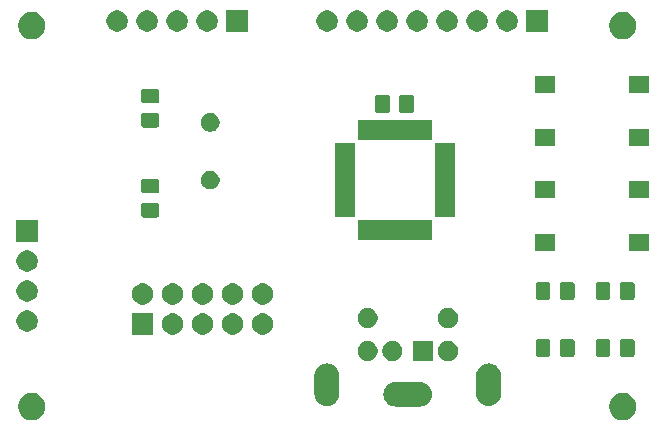
<source format=gbr>
G04 #@! TF.GenerationSoftware,KiCad,Pcbnew,(5.1.5-0-10_14)*
G04 #@! TF.CreationDate,2020-06-21T19:14:36+02:00*
G04 #@! TF.ProjectId,ps2zx,7073327a-782e-46b6-9963-61645f706362,rev?*
G04 #@! TF.SameCoordinates,Original*
G04 #@! TF.FileFunction,Soldermask,Top*
G04 #@! TF.FilePolarity,Negative*
%FSLAX46Y46*%
G04 Gerber Fmt 4.6, Leading zero omitted, Abs format (unit mm)*
G04 Created by KiCad (PCBNEW (5.1.5-0-10_14)) date 2020-06-21 19:14:36*
%MOMM*%
%LPD*%
G04 APERTURE LIST*
%ADD10C,0.100000*%
G04 APERTURE END LIST*
D10*
G36*
X190343549Y-120410116D02*
G01*
X190454734Y-120432232D01*
X190664203Y-120518997D01*
X190852720Y-120644960D01*
X191013040Y-120805280D01*
X191039009Y-120844146D01*
X191139004Y-120993799D01*
X191225768Y-121203267D01*
X191268023Y-121415694D01*
X191270000Y-121425636D01*
X191270000Y-121652364D01*
X191225768Y-121874734D01*
X191139003Y-122084203D01*
X191013040Y-122272720D01*
X190852720Y-122433040D01*
X190664203Y-122559003D01*
X190454734Y-122645768D01*
X190343549Y-122667884D01*
X190232365Y-122690000D01*
X190005635Y-122690000D01*
X189894451Y-122667884D01*
X189783266Y-122645768D01*
X189573797Y-122559003D01*
X189385280Y-122433040D01*
X189224960Y-122272720D01*
X189098997Y-122084203D01*
X189012232Y-121874734D01*
X188968000Y-121652364D01*
X188968000Y-121425636D01*
X188969978Y-121415694D01*
X189012232Y-121203267D01*
X189098996Y-120993799D01*
X189198991Y-120844146D01*
X189224960Y-120805280D01*
X189385280Y-120644960D01*
X189573797Y-120518997D01*
X189783266Y-120432232D01*
X189894451Y-120410116D01*
X190005635Y-120388000D01*
X190232365Y-120388000D01*
X190343549Y-120410116D01*
G37*
G36*
X140305549Y-120410116D02*
G01*
X140416734Y-120432232D01*
X140626203Y-120518997D01*
X140814720Y-120644960D01*
X140975040Y-120805280D01*
X141001009Y-120844146D01*
X141101004Y-120993799D01*
X141187768Y-121203267D01*
X141230023Y-121415694D01*
X141232000Y-121425636D01*
X141232000Y-121652364D01*
X141187768Y-121874734D01*
X141101003Y-122084203D01*
X140975040Y-122272720D01*
X140814720Y-122433040D01*
X140626203Y-122559003D01*
X140416734Y-122645768D01*
X140305549Y-122667884D01*
X140194365Y-122690000D01*
X139967635Y-122690000D01*
X139856451Y-122667884D01*
X139745266Y-122645768D01*
X139535797Y-122559003D01*
X139347280Y-122433040D01*
X139186960Y-122272720D01*
X139060997Y-122084203D01*
X138974232Y-121874734D01*
X138930000Y-121652364D01*
X138930000Y-121425636D01*
X138931978Y-121415694D01*
X138974232Y-121203267D01*
X139060996Y-120993799D01*
X139160991Y-120844146D01*
X139186960Y-120805280D01*
X139347280Y-120644960D01*
X139535797Y-120518997D01*
X139745266Y-120432232D01*
X139856451Y-120410116D01*
X139967635Y-120388000D01*
X140194365Y-120388000D01*
X140305549Y-120410116D01*
G37*
G36*
X173031097Y-119444069D02*
G01*
X173134032Y-119454207D01*
X173332146Y-119514305D01*
X173332149Y-119514306D01*
X173428975Y-119566061D01*
X173514729Y-119611897D01*
X173674765Y-119743235D01*
X173806103Y-119903271D01*
X173851939Y-119989025D01*
X173903694Y-120085851D01*
X173903695Y-120085854D01*
X173963793Y-120283968D01*
X173984085Y-120490000D01*
X173963793Y-120696032D01*
X173903695Y-120894146D01*
X173903694Y-120894149D01*
X173851939Y-120990975D01*
X173806103Y-121076729D01*
X173674765Y-121236765D01*
X173514729Y-121368103D01*
X173428975Y-121413939D01*
X173332149Y-121465694D01*
X173332146Y-121465695D01*
X173134032Y-121525793D01*
X173031097Y-121535931D01*
X172979631Y-121541000D01*
X170876369Y-121541000D01*
X170824903Y-121535931D01*
X170721968Y-121525793D01*
X170523854Y-121465695D01*
X170523851Y-121465694D01*
X170427025Y-121413939D01*
X170341271Y-121368103D01*
X170181235Y-121236765D01*
X170049897Y-121076729D01*
X170004061Y-120990975D01*
X169952306Y-120894149D01*
X169952305Y-120894146D01*
X169892207Y-120696032D01*
X169871915Y-120490000D01*
X169892207Y-120283968D01*
X169952305Y-120085854D01*
X169952306Y-120085851D01*
X170004061Y-119989025D01*
X170049897Y-119903271D01*
X170181235Y-119743235D01*
X170341271Y-119611897D01*
X170427025Y-119566061D01*
X170523851Y-119514306D01*
X170523854Y-119514305D01*
X170721968Y-119454207D01*
X170824903Y-119444069D01*
X170876369Y-119439000D01*
X172979631Y-119439000D01*
X173031097Y-119444069D01*
G37*
G36*
X165284031Y-117904207D02*
G01*
X165482145Y-117964305D01*
X165482148Y-117964306D01*
X165548030Y-117999521D01*
X165664729Y-118061897D01*
X165824765Y-118193235D01*
X165956103Y-118353271D01*
X165956104Y-118353273D01*
X166053694Y-118535851D01*
X166053694Y-118535852D01*
X166053695Y-118535854D01*
X166113793Y-118733968D01*
X166129000Y-118888370D01*
X166129000Y-120491630D01*
X166113793Y-120646032D01*
X166098626Y-120696030D01*
X166053694Y-120844149D01*
X166026970Y-120894146D01*
X165956103Y-121026729D01*
X165824765Y-121186765D01*
X165664729Y-121318103D01*
X165578975Y-121363939D01*
X165482149Y-121415694D01*
X165482146Y-121415695D01*
X165284032Y-121475793D01*
X165078000Y-121496085D01*
X164871969Y-121475793D01*
X164673855Y-121415695D01*
X164673852Y-121415694D01*
X164577026Y-121363939D01*
X164491272Y-121318103D01*
X164331236Y-121186765D01*
X164199898Y-121026729D01*
X164165904Y-120963130D01*
X164102305Y-120844146D01*
X164042207Y-120646033D01*
X164027000Y-120491631D01*
X164027000Y-118888370D01*
X164042207Y-118733971D01*
X164042207Y-118733969D01*
X164102305Y-118535855D01*
X164102306Y-118535852D01*
X164137521Y-118469970D01*
X164199897Y-118353271D01*
X164331235Y-118193235D01*
X164491271Y-118061897D01*
X164577025Y-118016061D01*
X164673851Y-117964306D01*
X164673854Y-117964305D01*
X164871968Y-117904207D01*
X165078000Y-117883915D01*
X165284031Y-117904207D01*
G37*
G36*
X178984031Y-117904207D02*
G01*
X179182145Y-117964305D01*
X179182148Y-117964306D01*
X179248030Y-117999521D01*
X179364729Y-118061897D01*
X179524765Y-118193235D01*
X179656103Y-118353271D01*
X179656104Y-118353273D01*
X179753694Y-118535851D01*
X179753694Y-118535852D01*
X179753695Y-118535854D01*
X179813793Y-118733968D01*
X179829000Y-118888370D01*
X179829000Y-120491630D01*
X179813793Y-120646032D01*
X179798626Y-120696030D01*
X179753694Y-120844149D01*
X179726970Y-120894146D01*
X179656103Y-121026729D01*
X179524765Y-121186765D01*
X179364729Y-121318103D01*
X179278975Y-121363939D01*
X179182149Y-121415694D01*
X179182146Y-121415695D01*
X178984032Y-121475793D01*
X178778000Y-121496085D01*
X178571969Y-121475793D01*
X178373855Y-121415695D01*
X178373852Y-121415694D01*
X178277026Y-121363939D01*
X178191272Y-121318103D01*
X178031236Y-121186765D01*
X177899898Y-121026729D01*
X177865904Y-120963130D01*
X177802305Y-120844146D01*
X177742207Y-120646033D01*
X177727000Y-120491631D01*
X177727000Y-118888370D01*
X177742207Y-118733971D01*
X177742207Y-118733969D01*
X177802305Y-118535855D01*
X177802306Y-118535852D01*
X177837521Y-118469970D01*
X177899897Y-118353271D01*
X178031235Y-118193235D01*
X178191271Y-118061897D01*
X178277025Y-118016061D01*
X178373851Y-117964306D01*
X178373854Y-117964305D01*
X178571968Y-117904207D01*
X178778000Y-117883915D01*
X178984031Y-117904207D01*
G37*
G36*
X170876228Y-116021703D02*
G01*
X171031100Y-116085853D01*
X171170481Y-116178985D01*
X171289015Y-116297519D01*
X171382147Y-116436900D01*
X171446297Y-116591772D01*
X171479000Y-116756184D01*
X171479000Y-116923816D01*
X171446297Y-117088228D01*
X171382147Y-117243100D01*
X171289015Y-117382481D01*
X171170481Y-117501015D01*
X171031100Y-117594147D01*
X170876228Y-117658297D01*
X170711816Y-117691000D01*
X170544184Y-117691000D01*
X170379772Y-117658297D01*
X170224900Y-117594147D01*
X170085519Y-117501015D01*
X169966985Y-117382481D01*
X169873853Y-117243100D01*
X169809703Y-117088228D01*
X169777000Y-116923816D01*
X169777000Y-116756184D01*
X169809703Y-116591772D01*
X169873853Y-116436900D01*
X169966985Y-116297519D01*
X170085519Y-116178985D01*
X170224900Y-116085853D01*
X170379772Y-116021703D01*
X170544184Y-115989000D01*
X170711816Y-115989000D01*
X170876228Y-116021703D01*
G37*
G36*
X168776228Y-116021703D02*
G01*
X168931100Y-116085853D01*
X169070481Y-116178985D01*
X169189015Y-116297519D01*
X169282147Y-116436900D01*
X169346297Y-116591772D01*
X169379000Y-116756184D01*
X169379000Y-116923816D01*
X169346297Y-117088228D01*
X169282147Y-117243100D01*
X169189015Y-117382481D01*
X169070481Y-117501015D01*
X168931100Y-117594147D01*
X168776228Y-117658297D01*
X168611816Y-117691000D01*
X168444184Y-117691000D01*
X168279772Y-117658297D01*
X168124900Y-117594147D01*
X167985519Y-117501015D01*
X167866985Y-117382481D01*
X167773853Y-117243100D01*
X167709703Y-117088228D01*
X167677000Y-116923816D01*
X167677000Y-116756184D01*
X167709703Y-116591772D01*
X167773853Y-116436900D01*
X167866985Y-116297519D01*
X167985519Y-116178985D01*
X168124900Y-116085853D01*
X168279772Y-116021703D01*
X168444184Y-115989000D01*
X168611816Y-115989000D01*
X168776228Y-116021703D01*
G37*
G36*
X175576228Y-116021703D02*
G01*
X175731100Y-116085853D01*
X175870481Y-116178985D01*
X175989015Y-116297519D01*
X176082147Y-116436900D01*
X176146297Y-116591772D01*
X176179000Y-116756184D01*
X176179000Y-116923816D01*
X176146297Y-117088228D01*
X176082147Y-117243100D01*
X175989015Y-117382481D01*
X175870481Y-117501015D01*
X175731100Y-117594147D01*
X175576228Y-117658297D01*
X175411816Y-117691000D01*
X175244184Y-117691000D01*
X175079772Y-117658297D01*
X174924900Y-117594147D01*
X174785519Y-117501015D01*
X174666985Y-117382481D01*
X174573853Y-117243100D01*
X174509703Y-117088228D01*
X174477000Y-116923816D01*
X174477000Y-116756184D01*
X174509703Y-116591772D01*
X174573853Y-116436900D01*
X174666985Y-116297519D01*
X174785519Y-116178985D01*
X174924900Y-116085853D01*
X175079772Y-116021703D01*
X175244184Y-115989000D01*
X175411816Y-115989000D01*
X175576228Y-116021703D01*
G37*
G36*
X174079000Y-117691000D02*
G01*
X172377000Y-117691000D01*
X172377000Y-115989000D01*
X174079000Y-115989000D01*
X174079000Y-117691000D01*
G37*
G36*
X185892674Y-115839465D02*
G01*
X185930367Y-115850899D01*
X185965103Y-115869466D01*
X185995548Y-115894452D01*
X186020534Y-115924897D01*
X186039101Y-115959633D01*
X186050535Y-115997326D01*
X186055000Y-116042661D01*
X186055000Y-117129339D01*
X186050535Y-117174674D01*
X186039101Y-117212367D01*
X186020534Y-117247103D01*
X185995548Y-117277548D01*
X185965103Y-117302534D01*
X185930367Y-117321101D01*
X185892674Y-117332535D01*
X185847339Y-117337000D01*
X185010661Y-117337000D01*
X184965326Y-117332535D01*
X184927633Y-117321101D01*
X184892897Y-117302534D01*
X184862452Y-117277548D01*
X184837466Y-117247103D01*
X184818899Y-117212367D01*
X184807465Y-117174674D01*
X184803000Y-117129339D01*
X184803000Y-116042661D01*
X184807465Y-115997326D01*
X184818899Y-115959633D01*
X184837466Y-115924897D01*
X184862452Y-115894452D01*
X184892897Y-115869466D01*
X184927633Y-115850899D01*
X184965326Y-115839465D01*
X185010661Y-115835000D01*
X185847339Y-115835000D01*
X185892674Y-115839465D01*
G37*
G36*
X183842674Y-115839465D02*
G01*
X183880367Y-115850899D01*
X183915103Y-115869466D01*
X183945548Y-115894452D01*
X183970534Y-115924897D01*
X183989101Y-115959633D01*
X184000535Y-115997326D01*
X184005000Y-116042661D01*
X184005000Y-117129339D01*
X184000535Y-117174674D01*
X183989101Y-117212367D01*
X183970534Y-117247103D01*
X183945548Y-117277548D01*
X183915103Y-117302534D01*
X183880367Y-117321101D01*
X183842674Y-117332535D01*
X183797339Y-117337000D01*
X182960661Y-117337000D01*
X182915326Y-117332535D01*
X182877633Y-117321101D01*
X182842897Y-117302534D01*
X182812452Y-117277548D01*
X182787466Y-117247103D01*
X182768899Y-117212367D01*
X182757465Y-117174674D01*
X182753000Y-117129339D01*
X182753000Y-116042661D01*
X182757465Y-115997326D01*
X182768899Y-115959633D01*
X182787466Y-115924897D01*
X182812452Y-115894452D01*
X182842897Y-115869466D01*
X182877633Y-115850899D01*
X182915326Y-115839465D01*
X182960661Y-115835000D01*
X183797339Y-115835000D01*
X183842674Y-115839465D01*
G37*
G36*
X188922674Y-115839465D02*
G01*
X188960367Y-115850899D01*
X188995103Y-115869466D01*
X189025548Y-115894452D01*
X189050534Y-115924897D01*
X189069101Y-115959633D01*
X189080535Y-115997326D01*
X189085000Y-116042661D01*
X189085000Y-117129339D01*
X189080535Y-117174674D01*
X189069101Y-117212367D01*
X189050534Y-117247103D01*
X189025548Y-117277548D01*
X188995103Y-117302534D01*
X188960367Y-117321101D01*
X188922674Y-117332535D01*
X188877339Y-117337000D01*
X188040661Y-117337000D01*
X187995326Y-117332535D01*
X187957633Y-117321101D01*
X187922897Y-117302534D01*
X187892452Y-117277548D01*
X187867466Y-117247103D01*
X187848899Y-117212367D01*
X187837465Y-117174674D01*
X187833000Y-117129339D01*
X187833000Y-116042661D01*
X187837465Y-115997326D01*
X187848899Y-115959633D01*
X187867466Y-115924897D01*
X187892452Y-115894452D01*
X187922897Y-115869466D01*
X187957633Y-115850899D01*
X187995326Y-115839465D01*
X188040661Y-115835000D01*
X188877339Y-115835000D01*
X188922674Y-115839465D01*
G37*
G36*
X190972674Y-115839465D02*
G01*
X191010367Y-115850899D01*
X191045103Y-115869466D01*
X191075548Y-115894452D01*
X191100534Y-115924897D01*
X191119101Y-115959633D01*
X191130535Y-115997326D01*
X191135000Y-116042661D01*
X191135000Y-117129339D01*
X191130535Y-117174674D01*
X191119101Y-117212367D01*
X191100534Y-117247103D01*
X191075548Y-117277548D01*
X191045103Y-117302534D01*
X191010367Y-117321101D01*
X190972674Y-117332535D01*
X190927339Y-117337000D01*
X190090661Y-117337000D01*
X190045326Y-117332535D01*
X190007633Y-117321101D01*
X189972897Y-117302534D01*
X189942452Y-117277548D01*
X189917466Y-117247103D01*
X189898899Y-117212367D01*
X189887465Y-117174674D01*
X189883000Y-117129339D01*
X189883000Y-116042661D01*
X189887465Y-115997326D01*
X189898899Y-115959633D01*
X189917466Y-115924897D01*
X189942452Y-115894452D01*
X189972897Y-115869466D01*
X190007633Y-115850899D01*
X190045326Y-115839465D01*
X190090661Y-115835000D01*
X190927339Y-115835000D01*
X190972674Y-115839465D01*
G37*
G36*
X159752512Y-113657927D02*
G01*
X159901812Y-113687624D01*
X160065784Y-113755544D01*
X160213354Y-113854147D01*
X160338853Y-113979646D01*
X160437456Y-114127216D01*
X160505376Y-114291188D01*
X160540000Y-114465259D01*
X160540000Y-114642741D01*
X160505376Y-114816812D01*
X160437456Y-114980784D01*
X160338853Y-115128354D01*
X160213354Y-115253853D01*
X160065784Y-115352456D01*
X159901812Y-115420376D01*
X159752512Y-115450073D01*
X159727742Y-115455000D01*
X159550258Y-115455000D01*
X159525488Y-115450073D01*
X159376188Y-115420376D01*
X159212216Y-115352456D01*
X159064646Y-115253853D01*
X158939147Y-115128354D01*
X158840544Y-114980784D01*
X158772624Y-114816812D01*
X158738000Y-114642741D01*
X158738000Y-114465259D01*
X158772624Y-114291188D01*
X158840544Y-114127216D01*
X158939147Y-113979646D01*
X159064646Y-113854147D01*
X159212216Y-113755544D01*
X159376188Y-113687624D01*
X159525488Y-113657927D01*
X159550258Y-113653000D01*
X159727742Y-113653000D01*
X159752512Y-113657927D01*
G37*
G36*
X157212512Y-113657927D02*
G01*
X157361812Y-113687624D01*
X157525784Y-113755544D01*
X157673354Y-113854147D01*
X157798853Y-113979646D01*
X157897456Y-114127216D01*
X157965376Y-114291188D01*
X158000000Y-114465259D01*
X158000000Y-114642741D01*
X157965376Y-114816812D01*
X157897456Y-114980784D01*
X157798853Y-115128354D01*
X157673354Y-115253853D01*
X157525784Y-115352456D01*
X157361812Y-115420376D01*
X157212512Y-115450073D01*
X157187742Y-115455000D01*
X157010258Y-115455000D01*
X156985488Y-115450073D01*
X156836188Y-115420376D01*
X156672216Y-115352456D01*
X156524646Y-115253853D01*
X156399147Y-115128354D01*
X156300544Y-114980784D01*
X156232624Y-114816812D01*
X156198000Y-114642741D01*
X156198000Y-114465259D01*
X156232624Y-114291188D01*
X156300544Y-114127216D01*
X156399147Y-113979646D01*
X156524646Y-113854147D01*
X156672216Y-113755544D01*
X156836188Y-113687624D01*
X156985488Y-113657927D01*
X157010258Y-113653000D01*
X157187742Y-113653000D01*
X157212512Y-113657927D01*
G37*
G36*
X154672512Y-113657927D02*
G01*
X154821812Y-113687624D01*
X154985784Y-113755544D01*
X155133354Y-113854147D01*
X155258853Y-113979646D01*
X155357456Y-114127216D01*
X155425376Y-114291188D01*
X155460000Y-114465259D01*
X155460000Y-114642741D01*
X155425376Y-114816812D01*
X155357456Y-114980784D01*
X155258853Y-115128354D01*
X155133354Y-115253853D01*
X154985784Y-115352456D01*
X154821812Y-115420376D01*
X154672512Y-115450073D01*
X154647742Y-115455000D01*
X154470258Y-115455000D01*
X154445488Y-115450073D01*
X154296188Y-115420376D01*
X154132216Y-115352456D01*
X153984646Y-115253853D01*
X153859147Y-115128354D01*
X153760544Y-114980784D01*
X153692624Y-114816812D01*
X153658000Y-114642741D01*
X153658000Y-114465259D01*
X153692624Y-114291188D01*
X153760544Y-114127216D01*
X153859147Y-113979646D01*
X153984646Y-113854147D01*
X154132216Y-113755544D01*
X154296188Y-113687624D01*
X154445488Y-113657927D01*
X154470258Y-113653000D01*
X154647742Y-113653000D01*
X154672512Y-113657927D01*
G37*
G36*
X152132512Y-113657927D02*
G01*
X152281812Y-113687624D01*
X152445784Y-113755544D01*
X152593354Y-113854147D01*
X152718853Y-113979646D01*
X152817456Y-114127216D01*
X152885376Y-114291188D01*
X152920000Y-114465259D01*
X152920000Y-114642741D01*
X152885376Y-114816812D01*
X152817456Y-114980784D01*
X152718853Y-115128354D01*
X152593354Y-115253853D01*
X152445784Y-115352456D01*
X152281812Y-115420376D01*
X152132512Y-115450073D01*
X152107742Y-115455000D01*
X151930258Y-115455000D01*
X151905488Y-115450073D01*
X151756188Y-115420376D01*
X151592216Y-115352456D01*
X151444646Y-115253853D01*
X151319147Y-115128354D01*
X151220544Y-114980784D01*
X151152624Y-114816812D01*
X151118000Y-114642741D01*
X151118000Y-114465259D01*
X151152624Y-114291188D01*
X151220544Y-114127216D01*
X151319147Y-113979646D01*
X151444646Y-113854147D01*
X151592216Y-113755544D01*
X151756188Y-113687624D01*
X151905488Y-113657927D01*
X151930258Y-113653000D01*
X152107742Y-113653000D01*
X152132512Y-113657927D01*
G37*
G36*
X150380000Y-115455000D02*
G01*
X148578000Y-115455000D01*
X148578000Y-113653000D01*
X150380000Y-113653000D01*
X150380000Y-115455000D01*
G37*
G36*
X139813512Y-113403927D02*
G01*
X139962812Y-113433624D01*
X140126784Y-113501544D01*
X140274354Y-113600147D01*
X140399853Y-113725646D01*
X140498456Y-113873216D01*
X140566376Y-114037188D01*
X140601000Y-114211259D01*
X140601000Y-114388741D01*
X140566376Y-114562812D01*
X140498456Y-114726784D01*
X140399853Y-114874354D01*
X140274354Y-114999853D01*
X140126784Y-115098456D01*
X139962812Y-115166376D01*
X139813512Y-115196073D01*
X139788742Y-115201000D01*
X139611258Y-115201000D01*
X139586488Y-115196073D01*
X139437188Y-115166376D01*
X139273216Y-115098456D01*
X139125646Y-114999853D01*
X139000147Y-114874354D01*
X138901544Y-114726784D01*
X138833624Y-114562812D01*
X138799000Y-114388741D01*
X138799000Y-114211259D01*
X138833624Y-114037188D01*
X138901544Y-113873216D01*
X139000147Y-113725646D01*
X139125646Y-113600147D01*
X139273216Y-113501544D01*
X139437188Y-113433624D01*
X139586488Y-113403927D01*
X139611258Y-113399000D01*
X139788742Y-113399000D01*
X139813512Y-113403927D01*
G37*
G36*
X175576228Y-113221703D02*
G01*
X175731100Y-113285853D01*
X175870481Y-113378985D01*
X175989015Y-113497519D01*
X176082147Y-113636900D01*
X176146297Y-113791772D01*
X176179000Y-113956184D01*
X176179000Y-114123816D01*
X176146297Y-114288228D01*
X176082147Y-114443100D01*
X175989015Y-114582481D01*
X175870481Y-114701015D01*
X175731100Y-114794147D01*
X175576228Y-114858297D01*
X175411816Y-114891000D01*
X175244184Y-114891000D01*
X175079772Y-114858297D01*
X174924900Y-114794147D01*
X174785519Y-114701015D01*
X174666985Y-114582481D01*
X174573853Y-114443100D01*
X174509703Y-114288228D01*
X174477000Y-114123816D01*
X174477000Y-113956184D01*
X174509703Y-113791772D01*
X174573853Y-113636900D01*
X174666985Y-113497519D01*
X174785519Y-113378985D01*
X174924900Y-113285853D01*
X175079772Y-113221703D01*
X175244184Y-113189000D01*
X175411816Y-113189000D01*
X175576228Y-113221703D01*
G37*
G36*
X168776228Y-113221703D02*
G01*
X168931100Y-113285853D01*
X169070481Y-113378985D01*
X169189015Y-113497519D01*
X169282147Y-113636900D01*
X169346297Y-113791772D01*
X169379000Y-113956184D01*
X169379000Y-114123816D01*
X169346297Y-114288228D01*
X169282147Y-114443100D01*
X169189015Y-114582481D01*
X169070481Y-114701015D01*
X168931100Y-114794147D01*
X168776228Y-114858297D01*
X168611816Y-114891000D01*
X168444184Y-114891000D01*
X168279772Y-114858297D01*
X168124900Y-114794147D01*
X167985519Y-114701015D01*
X167866985Y-114582481D01*
X167773853Y-114443100D01*
X167709703Y-114288228D01*
X167677000Y-114123816D01*
X167677000Y-113956184D01*
X167709703Y-113791772D01*
X167773853Y-113636900D01*
X167866985Y-113497519D01*
X167985519Y-113378985D01*
X168124900Y-113285853D01*
X168279772Y-113221703D01*
X168444184Y-113189000D01*
X168611816Y-113189000D01*
X168776228Y-113221703D01*
G37*
G36*
X157212512Y-111117927D02*
G01*
X157361812Y-111147624D01*
X157525784Y-111215544D01*
X157673354Y-111314147D01*
X157798853Y-111439646D01*
X157897456Y-111587216D01*
X157965376Y-111751188D01*
X158000000Y-111925259D01*
X158000000Y-112102741D01*
X157965376Y-112276812D01*
X157897456Y-112440784D01*
X157798853Y-112588354D01*
X157673354Y-112713853D01*
X157525784Y-112812456D01*
X157361812Y-112880376D01*
X157212512Y-112910073D01*
X157187742Y-112915000D01*
X157010258Y-112915000D01*
X156985488Y-112910073D01*
X156836188Y-112880376D01*
X156672216Y-112812456D01*
X156524646Y-112713853D01*
X156399147Y-112588354D01*
X156300544Y-112440784D01*
X156232624Y-112276812D01*
X156198000Y-112102741D01*
X156198000Y-111925259D01*
X156232624Y-111751188D01*
X156300544Y-111587216D01*
X156399147Y-111439646D01*
X156524646Y-111314147D01*
X156672216Y-111215544D01*
X156836188Y-111147624D01*
X156985488Y-111117927D01*
X157010258Y-111113000D01*
X157187742Y-111113000D01*
X157212512Y-111117927D01*
G37*
G36*
X159752512Y-111117927D02*
G01*
X159901812Y-111147624D01*
X160065784Y-111215544D01*
X160213354Y-111314147D01*
X160338853Y-111439646D01*
X160437456Y-111587216D01*
X160505376Y-111751188D01*
X160540000Y-111925259D01*
X160540000Y-112102741D01*
X160505376Y-112276812D01*
X160437456Y-112440784D01*
X160338853Y-112588354D01*
X160213354Y-112713853D01*
X160065784Y-112812456D01*
X159901812Y-112880376D01*
X159752512Y-112910073D01*
X159727742Y-112915000D01*
X159550258Y-112915000D01*
X159525488Y-112910073D01*
X159376188Y-112880376D01*
X159212216Y-112812456D01*
X159064646Y-112713853D01*
X158939147Y-112588354D01*
X158840544Y-112440784D01*
X158772624Y-112276812D01*
X158738000Y-112102741D01*
X158738000Y-111925259D01*
X158772624Y-111751188D01*
X158840544Y-111587216D01*
X158939147Y-111439646D01*
X159064646Y-111314147D01*
X159212216Y-111215544D01*
X159376188Y-111147624D01*
X159525488Y-111117927D01*
X159550258Y-111113000D01*
X159727742Y-111113000D01*
X159752512Y-111117927D01*
G37*
G36*
X149592512Y-111117927D02*
G01*
X149741812Y-111147624D01*
X149905784Y-111215544D01*
X150053354Y-111314147D01*
X150178853Y-111439646D01*
X150277456Y-111587216D01*
X150345376Y-111751188D01*
X150380000Y-111925259D01*
X150380000Y-112102741D01*
X150345376Y-112276812D01*
X150277456Y-112440784D01*
X150178853Y-112588354D01*
X150053354Y-112713853D01*
X149905784Y-112812456D01*
X149741812Y-112880376D01*
X149592512Y-112910073D01*
X149567742Y-112915000D01*
X149390258Y-112915000D01*
X149365488Y-112910073D01*
X149216188Y-112880376D01*
X149052216Y-112812456D01*
X148904646Y-112713853D01*
X148779147Y-112588354D01*
X148680544Y-112440784D01*
X148612624Y-112276812D01*
X148578000Y-112102741D01*
X148578000Y-111925259D01*
X148612624Y-111751188D01*
X148680544Y-111587216D01*
X148779147Y-111439646D01*
X148904646Y-111314147D01*
X149052216Y-111215544D01*
X149216188Y-111147624D01*
X149365488Y-111117927D01*
X149390258Y-111113000D01*
X149567742Y-111113000D01*
X149592512Y-111117927D01*
G37*
G36*
X152132512Y-111117927D02*
G01*
X152281812Y-111147624D01*
X152445784Y-111215544D01*
X152593354Y-111314147D01*
X152718853Y-111439646D01*
X152817456Y-111587216D01*
X152885376Y-111751188D01*
X152920000Y-111925259D01*
X152920000Y-112102741D01*
X152885376Y-112276812D01*
X152817456Y-112440784D01*
X152718853Y-112588354D01*
X152593354Y-112713853D01*
X152445784Y-112812456D01*
X152281812Y-112880376D01*
X152132512Y-112910073D01*
X152107742Y-112915000D01*
X151930258Y-112915000D01*
X151905488Y-112910073D01*
X151756188Y-112880376D01*
X151592216Y-112812456D01*
X151444646Y-112713853D01*
X151319147Y-112588354D01*
X151220544Y-112440784D01*
X151152624Y-112276812D01*
X151118000Y-112102741D01*
X151118000Y-111925259D01*
X151152624Y-111751188D01*
X151220544Y-111587216D01*
X151319147Y-111439646D01*
X151444646Y-111314147D01*
X151592216Y-111215544D01*
X151756188Y-111147624D01*
X151905488Y-111117927D01*
X151930258Y-111113000D01*
X152107742Y-111113000D01*
X152132512Y-111117927D01*
G37*
G36*
X154672512Y-111117927D02*
G01*
X154821812Y-111147624D01*
X154985784Y-111215544D01*
X155133354Y-111314147D01*
X155258853Y-111439646D01*
X155357456Y-111587216D01*
X155425376Y-111751188D01*
X155460000Y-111925259D01*
X155460000Y-112102741D01*
X155425376Y-112276812D01*
X155357456Y-112440784D01*
X155258853Y-112588354D01*
X155133354Y-112713853D01*
X154985784Y-112812456D01*
X154821812Y-112880376D01*
X154672512Y-112910073D01*
X154647742Y-112915000D01*
X154470258Y-112915000D01*
X154445488Y-112910073D01*
X154296188Y-112880376D01*
X154132216Y-112812456D01*
X153984646Y-112713853D01*
X153859147Y-112588354D01*
X153760544Y-112440784D01*
X153692624Y-112276812D01*
X153658000Y-112102741D01*
X153658000Y-111925259D01*
X153692624Y-111751188D01*
X153760544Y-111587216D01*
X153859147Y-111439646D01*
X153984646Y-111314147D01*
X154132216Y-111215544D01*
X154296188Y-111147624D01*
X154445488Y-111117927D01*
X154470258Y-111113000D01*
X154647742Y-111113000D01*
X154672512Y-111117927D01*
G37*
G36*
X139813512Y-110863927D02*
G01*
X139962812Y-110893624D01*
X140126784Y-110961544D01*
X140274354Y-111060147D01*
X140399853Y-111185646D01*
X140498456Y-111333216D01*
X140566376Y-111497188D01*
X140601000Y-111671259D01*
X140601000Y-111848741D01*
X140566376Y-112022812D01*
X140498456Y-112186784D01*
X140399853Y-112334354D01*
X140274354Y-112459853D01*
X140126784Y-112558456D01*
X139962812Y-112626376D01*
X139813512Y-112656073D01*
X139788742Y-112661000D01*
X139611258Y-112661000D01*
X139586488Y-112656073D01*
X139437188Y-112626376D01*
X139273216Y-112558456D01*
X139125646Y-112459853D01*
X139000147Y-112334354D01*
X138901544Y-112186784D01*
X138833624Y-112022812D01*
X138799000Y-111848741D01*
X138799000Y-111671259D01*
X138833624Y-111497188D01*
X138901544Y-111333216D01*
X139000147Y-111185646D01*
X139125646Y-111060147D01*
X139273216Y-110961544D01*
X139437188Y-110893624D01*
X139586488Y-110863927D01*
X139611258Y-110859000D01*
X139788742Y-110859000D01*
X139813512Y-110863927D01*
G37*
G36*
X183842674Y-111013465D02*
G01*
X183880367Y-111024899D01*
X183915103Y-111043466D01*
X183945548Y-111068452D01*
X183970534Y-111098897D01*
X183989101Y-111133633D01*
X184000535Y-111171326D01*
X184005000Y-111216661D01*
X184005000Y-112303339D01*
X184000535Y-112348674D01*
X183989101Y-112386367D01*
X183970534Y-112421103D01*
X183945548Y-112451548D01*
X183915103Y-112476534D01*
X183880367Y-112495101D01*
X183842674Y-112506535D01*
X183797339Y-112511000D01*
X182960661Y-112511000D01*
X182915326Y-112506535D01*
X182877633Y-112495101D01*
X182842897Y-112476534D01*
X182812452Y-112451548D01*
X182787466Y-112421103D01*
X182768899Y-112386367D01*
X182757465Y-112348674D01*
X182753000Y-112303339D01*
X182753000Y-111216661D01*
X182757465Y-111171326D01*
X182768899Y-111133633D01*
X182787466Y-111098897D01*
X182812452Y-111068452D01*
X182842897Y-111043466D01*
X182877633Y-111024899D01*
X182915326Y-111013465D01*
X182960661Y-111009000D01*
X183797339Y-111009000D01*
X183842674Y-111013465D01*
G37*
G36*
X185892674Y-111013465D02*
G01*
X185930367Y-111024899D01*
X185965103Y-111043466D01*
X185995548Y-111068452D01*
X186020534Y-111098897D01*
X186039101Y-111133633D01*
X186050535Y-111171326D01*
X186055000Y-111216661D01*
X186055000Y-112303339D01*
X186050535Y-112348674D01*
X186039101Y-112386367D01*
X186020534Y-112421103D01*
X185995548Y-112451548D01*
X185965103Y-112476534D01*
X185930367Y-112495101D01*
X185892674Y-112506535D01*
X185847339Y-112511000D01*
X185010661Y-112511000D01*
X184965326Y-112506535D01*
X184927633Y-112495101D01*
X184892897Y-112476534D01*
X184862452Y-112451548D01*
X184837466Y-112421103D01*
X184818899Y-112386367D01*
X184807465Y-112348674D01*
X184803000Y-112303339D01*
X184803000Y-111216661D01*
X184807465Y-111171326D01*
X184818899Y-111133633D01*
X184837466Y-111098897D01*
X184862452Y-111068452D01*
X184892897Y-111043466D01*
X184927633Y-111024899D01*
X184965326Y-111013465D01*
X185010661Y-111009000D01*
X185847339Y-111009000D01*
X185892674Y-111013465D01*
G37*
G36*
X188922674Y-111013465D02*
G01*
X188960367Y-111024899D01*
X188995103Y-111043466D01*
X189025548Y-111068452D01*
X189050534Y-111098897D01*
X189069101Y-111133633D01*
X189080535Y-111171326D01*
X189085000Y-111216661D01*
X189085000Y-112303339D01*
X189080535Y-112348674D01*
X189069101Y-112386367D01*
X189050534Y-112421103D01*
X189025548Y-112451548D01*
X188995103Y-112476534D01*
X188960367Y-112495101D01*
X188922674Y-112506535D01*
X188877339Y-112511000D01*
X188040661Y-112511000D01*
X187995326Y-112506535D01*
X187957633Y-112495101D01*
X187922897Y-112476534D01*
X187892452Y-112451548D01*
X187867466Y-112421103D01*
X187848899Y-112386367D01*
X187837465Y-112348674D01*
X187833000Y-112303339D01*
X187833000Y-111216661D01*
X187837465Y-111171326D01*
X187848899Y-111133633D01*
X187867466Y-111098897D01*
X187892452Y-111068452D01*
X187922897Y-111043466D01*
X187957633Y-111024899D01*
X187995326Y-111013465D01*
X188040661Y-111009000D01*
X188877339Y-111009000D01*
X188922674Y-111013465D01*
G37*
G36*
X190972674Y-111013465D02*
G01*
X191010367Y-111024899D01*
X191045103Y-111043466D01*
X191075548Y-111068452D01*
X191100534Y-111098897D01*
X191119101Y-111133633D01*
X191130535Y-111171326D01*
X191135000Y-111216661D01*
X191135000Y-112303339D01*
X191130535Y-112348674D01*
X191119101Y-112386367D01*
X191100534Y-112421103D01*
X191075548Y-112451548D01*
X191045103Y-112476534D01*
X191010367Y-112495101D01*
X190972674Y-112506535D01*
X190927339Y-112511000D01*
X190090661Y-112511000D01*
X190045326Y-112506535D01*
X190007633Y-112495101D01*
X189972897Y-112476534D01*
X189942452Y-112451548D01*
X189917466Y-112421103D01*
X189898899Y-112386367D01*
X189887465Y-112348674D01*
X189883000Y-112303339D01*
X189883000Y-111216661D01*
X189887465Y-111171326D01*
X189898899Y-111133633D01*
X189917466Y-111098897D01*
X189942452Y-111068452D01*
X189972897Y-111043466D01*
X190007633Y-111024899D01*
X190045326Y-111013465D01*
X190090661Y-111009000D01*
X190927339Y-111009000D01*
X190972674Y-111013465D01*
G37*
G36*
X139813512Y-108323927D02*
G01*
X139962812Y-108353624D01*
X140126784Y-108421544D01*
X140274354Y-108520147D01*
X140399853Y-108645646D01*
X140498456Y-108793216D01*
X140566376Y-108957188D01*
X140601000Y-109131259D01*
X140601000Y-109308741D01*
X140566376Y-109482812D01*
X140498456Y-109646784D01*
X140399853Y-109794354D01*
X140274354Y-109919853D01*
X140126784Y-110018456D01*
X139962812Y-110086376D01*
X139813512Y-110116073D01*
X139788742Y-110121000D01*
X139611258Y-110121000D01*
X139586488Y-110116073D01*
X139437188Y-110086376D01*
X139273216Y-110018456D01*
X139125646Y-109919853D01*
X139000147Y-109794354D01*
X138901544Y-109646784D01*
X138833624Y-109482812D01*
X138799000Y-109308741D01*
X138799000Y-109131259D01*
X138833624Y-108957188D01*
X138901544Y-108793216D01*
X139000147Y-108645646D01*
X139125646Y-108520147D01*
X139273216Y-108421544D01*
X139437188Y-108353624D01*
X139586488Y-108323927D01*
X139611258Y-108319000D01*
X139788742Y-108319000D01*
X139813512Y-108323927D01*
G37*
G36*
X184379200Y-108361000D02*
G01*
X182727200Y-108361000D01*
X182727200Y-106959000D01*
X184379200Y-106959000D01*
X184379200Y-108361000D01*
G37*
G36*
X192329200Y-108361000D02*
G01*
X190677200Y-108361000D01*
X190677200Y-106959000D01*
X192329200Y-106959000D01*
X192329200Y-108361000D01*
G37*
G36*
X140601000Y-107581000D02*
G01*
X138799000Y-107581000D01*
X138799000Y-105779000D01*
X140601000Y-105779000D01*
X140601000Y-107581000D01*
G37*
G36*
X173982000Y-107464800D02*
G01*
X167730000Y-107464800D01*
X167730000Y-105762800D01*
X173982000Y-105762800D01*
X173982000Y-107464800D01*
G37*
G36*
X150702674Y-104289465D02*
G01*
X150740367Y-104300899D01*
X150775103Y-104319466D01*
X150805548Y-104344452D01*
X150830534Y-104374897D01*
X150849101Y-104409633D01*
X150860535Y-104447326D01*
X150865000Y-104492661D01*
X150865000Y-105329339D01*
X150860535Y-105374674D01*
X150849101Y-105412367D01*
X150830534Y-105447103D01*
X150805548Y-105477548D01*
X150775103Y-105502534D01*
X150740367Y-105521101D01*
X150702674Y-105532535D01*
X150657339Y-105537000D01*
X149570661Y-105537000D01*
X149525326Y-105532535D01*
X149487633Y-105521101D01*
X149452897Y-105502534D01*
X149422452Y-105477548D01*
X149397466Y-105447103D01*
X149378899Y-105412367D01*
X149367465Y-105374674D01*
X149363000Y-105329339D01*
X149363000Y-104492661D01*
X149367465Y-104447326D01*
X149378899Y-104409633D01*
X149397466Y-104374897D01*
X149422452Y-104344452D01*
X149452897Y-104319466D01*
X149487633Y-104300899D01*
X149525326Y-104289465D01*
X149570661Y-104285000D01*
X150657339Y-104285000D01*
X150702674Y-104289465D01*
G37*
G36*
X167457000Y-105489800D02*
G01*
X165755000Y-105489800D01*
X165755000Y-99237800D01*
X167457000Y-99237800D01*
X167457000Y-105489800D01*
G37*
G36*
X175957000Y-105489800D02*
G01*
X174255000Y-105489800D01*
X174255000Y-99237800D01*
X175957000Y-99237800D01*
X175957000Y-105489800D01*
G37*
G36*
X192329200Y-103861000D02*
G01*
X190677200Y-103861000D01*
X190677200Y-102459000D01*
X192329200Y-102459000D01*
X192329200Y-103861000D01*
G37*
G36*
X184379200Y-103861000D02*
G01*
X182727200Y-103861000D01*
X182727200Y-102459000D01*
X184379200Y-102459000D01*
X184379200Y-103861000D01*
G37*
G36*
X150702674Y-102239465D02*
G01*
X150740367Y-102250899D01*
X150775103Y-102269466D01*
X150805548Y-102294452D01*
X150830534Y-102324897D01*
X150849101Y-102359633D01*
X150860535Y-102397326D01*
X150865000Y-102442661D01*
X150865000Y-103279339D01*
X150860535Y-103324674D01*
X150849101Y-103362367D01*
X150830534Y-103397103D01*
X150805548Y-103427548D01*
X150775103Y-103452534D01*
X150740367Y-103471101D01*
X150702674Y-103482535D01*
X150657339Y-103487000D01*
X149570661Y-103487000D01*
X149525326Y-103482535D01*
X149487633Y-103471101D01*
X149452897Y-103452534D01*
X149422452Y-103427548D01*
X149397466Y-103397103D01*
X149378899Y-103362367D01*
X149367465Y-103324674D01*
X149363000Y-103279339D01*
X149363000Y-102442661D01*
X149367465Y-102397326D01*
X149378899Y-102359633D01*
X149397466Y-102324897D01*
X149422452Y-102294452D01*
X149452897Y-102269466D01*
X149487633Y-102250899D01*
X149525326Y-102239465D01*
X149570661Y-102235000D01*
X150657339Y-102235000D01*
X150702674Y-102239465D01*
G37*
G36*
X155427642Y-101591781D02*
G01*
X155538741Y-101637800D01*
X155573416Y-101652163D01*
X155704608Y-101739822D01*
X155816178Y-101851392D01*
X155903837Y-101982584D01*
X155903838Y-101982586D01*
X155964219Y-102128358D01*
X155995000Y-102283107D01*
X155995000Y-102440893D01*
X155964219Y-102595642D01*
X155903838Y-102741414D01*
X155903837Y-102741416D01*
X155816178Y-102872608D01*
X155704608Y-102984178D01*
X155573416Y-103071837D01*
X155573415Y-103071838D01*
X155573414Y-103071838D01*
X155427642Y-103132219D01*
X155272893Y-103163000D01*
X155115107Y-103163000D01*
X154960358Y-103132219D01*
X154814586Y-103071838D01*
X154814585Y-103071838D01*
X154814584Y-103071837D01*
X154683392Y-102984178D01*
X154571822Y-102872608D01*
X154484163Y-102741416D01*
X154484162Y-102741414D01*
X154423781Y-102595642D01*
X154393000Y-102440893D01*
X154393000Y-102283107D01*
X154423781Y-102128358D01*
X154484162Y-101982586D01*
X154484163Y-101982584D01*
X154571822Y-101851392D01*
X154683392Y-101739822D01*
X154814584Y-101652163D01*
X154849259Y-101637800D01*
X154960358Y-101591781D01*
X155115107Y-101561000D01*
X155272893Y-101561000D01*
X155427642Y-101591781D01*
G37*
G36*
X184379200Y-99471000D02*
G01*
X182727200Y-99471000D01*
X182727200Y-98069000D01*
X184379200Y-98069000D01*
X184379200Y-99471000D01*
G37*
G36*
X192329200Y-99471000D02*
G01*
X190677200Y-99471000D01*
X190677200Y-98069000D01*
X192329200Y-98069000D01*
X192329200Y-99471000D01*
G37*
G36*
X173982000Y-98964800D02*
G01*
X167730000Y-98964800D01*
X167730000Y-97262800D01*
X173982000Y-97262800D01*
X173982000Y-98964800D01*
G37*
G36*
X155427642Y-96711781D02*
G01*
X155573414Y-96772162D01*
X155573416Y-96772163D01*
X155704608Y-96859822D01*
X155816178Y-96971392D01*
X155903837Y-97102584D01*
X155903838Y-97102586D01*
X155964219Y-97248358D01*
X155995000Y-97403107D01*
X155995000Y-97560893D01*
X155964219Y-97715642D01*
X155918050Y-97827103D01*
X155903837Y-97861416D01*
X155816178Y-97992608D01*
X155704608Y-98104178D01*
X155573416Y-98191837D01*
X155573415Y-98191838D01*
X155573414Y-98191838D01*
X155427642Y-98252219D01*
X155272893Y-98283000D01*
X155115107Y-98283000D01*
X154960358Y-98252219D01*
X154814586Y-98191838D01*
X154814585Y-98191838D01*
X154814584Y-98191837D01*
X154683392Y-98104178D01*
X154571822Y-97992608D01*
X154484163Y-97861416D01*
X154469950Y-97827103D01*
X154423781Y-97715642D01*
X154393000Y-97560893D01*
X154393000Y-97403107D01*
X154423781Y-97248358D01*
X154484162Y-97102586D01*
X154484163Y-97102584D01*
X154571822Y-96971392D01*
X154683392Y-96859822D01*
X154814584Y-96772163D01*
X154814586Y-96772162D01*
X154960358Y-96711781D01*
X155115107Y-96681000D01*
X155272893Y-96681000D01*
X155427642Y-96711781D01*
G37*
G36*
X150702674Y-96669465D02*
G01*
X150740367Y-96680899D01*
X150775103Y-96699466D01*
X150805548Y-96724452D01*
X150830534Y-96754897D01*
X150849101Y-96789633D01*
X150860535Y-96827326D01*
X150865000Y-96872661D01*
X150865000Y-97709339D01*
X150860535Y-97754674D01*
X150849101Y-97792367D01*
X150830534Y-97827103D01*
X150805548Y-97857548D01*
X150775103Y-97882534D01*
X150740367Y-97901101D01*
X150702674Y-97912535D01*
X150657339Y-97917000D01*
X149570661Y-97917000D01*
X149525326Y-97912535D01*
X149487633Y-97901101D01*
X149452897Y-97882534D01*
X149422452Y-97857548D01*
X149397466Y-97827103D01*
X149378899Y-97792367D01*
X149367465Y-97754674D01*
X149363000Y-97709339D01*
X149363000Y-96872661D01*
X149367465Y-96827326D01*
X149378899Y-96789633D01*
X149397466Y-96754897D01*
X149422452Y-96724452D01*
X149452897Y-96699466D01*
X149487633Y-96680899D01*
X149525326Y-96669465D01*
X149570661Y-96665000D01*
X150657339Y-96665000D01*
X150702674Y-96669465D01*
G37*
G36*
X172303674Y-95163865D02*
G01*
X172341367Y-95175299D01*
X172376103Y-95193866D01*
X172406548Y-95218852D01*
X172431534Y-95249297D01*
X172450101Y-95284033D01*
X172461535Y-95321726D01*
X172466000Y-95367061D01*
X172466000Y-96453739D01*
X172461535Y-96499074D01*
X172450101Y-96536767D01*
X172431534Y-96571503D01*
X172406548Y-96601948D01*
X172376103Y-96626934D01*
X172341367Y-96645501D01*
X172303674Y-96656935D01*
X172258339Y-96661400D01*
X171421661Y-96661400D01*
X171376326Y-96656935D01*
X171338633Y-96645501D01*
X171303897Y-96626934D01*
X171273452Y-96601948D01*
X171248466Y-96571503D01*
X171229899Y-96536767D01*
X171218465Y-96499074D01*
X171214000Y-96453739D01*
X171214000Y-95367061D01*
X171218465Y-95321726D01*
X171229899Y-95284033D01*
X171248466Y-95249297D01*
X171273452Y-95218852D01*
X171303897Y-95193866D01*
X171338633Y-95175299D01*
X171376326Y-95163865D01*
X171421661Y-95159400D01*
X172258339Y-95159400D01*
X172303674Y-95163865D01*
G37*
G36*
X170253674Y-95163865D02*
G01*
X170291367Y-95175299D01*
X170326103Y-95193866D01*
X170356548Y-95218852D01*
X170381534Y-95249297D01*
X170400101Y-95284033D01*
X170411535Y-95321726D01*
X170416000Y-95367061D01*
X170416000Y-96453739D01*
X170411535Y-96499074D01*
X170400101Y-96536767D01*
X170381534Y-96571503D01*
X170356548Y-96601948D01*
X170326103Y-96626934D01*
X170291367Y-96645501D01*
X170253674Y-96656935D01*
X170208339Y-96661400D01*
X169371661Y-96661400D01*
X169326326Y-96656935D01*
X169288633Y-96645501D01*
X169253897Y-96626934D01*
X169223452Y-96601948D01*
X169198466Y-96571503D01*
X169179899Y-96536767D01*
X169168465Y-96499074D01*
X169164000Y-96453739D01*
X169164000Y-95367061D01*
X169168465Y-95321726D01*
X169179899Y-95284033D01*
X169198466Y-95249297D01*
X169223452Y-95218852D01*
X169253897Y-95193866D01*
X169288633Y-95175299D01*
X169326326Y-95163865D01*
X169371661Y-95159400D01*
X170208339Y-95159400D01*
X170253674Y-95163865D01*
G37*
G36*
X150702674Y-94619465D02*
G01*
X150740367Y-94630899D01*
X150775103Y-94649466D01*
X150805548Y-94674452D01*
X150830534Y-94704897D01*
X150849101Y-94739633D01*
X150860535Y-94777326D01*
X150865000Y-94822661D01*
X150865000Y-95659339D01*
X150860535Y-95704674D01*
X150849101Y-95742367D01*
X150830534Y-95777103D01*
X150805548Y-95807548D01*
X150775103Y-95832534D01*
X150740367Y-95851101D01*
X150702674Y-95862535D01*
X150657339Y-95867000D01*
X149570661Y-95867000D01*
X149525326Y-95862535D01*
X149487633Y-95851101D01*
X149452897Y-95832534D01*
X149422452Y-95807548D01*
X149397466Y-95777103D01*
X149378899Y-95742367D01*
X149367465Y-95704674D01*
X149363000Y-95659339D01*
X149363000Y-94822661D01*
X149367465Y-94777326D01*
X149378899Y-94739633D01*
X149397466Y-94704897D01*
X149422452Y-94674452D01*
X149452897Y-94649466D01*
X149487633Y-94630899D01*
X149525326Y-94619465D01*
X149570661Y-94615000D01*
X150657339Y-94615000D01*
X150702674Y-94619465D01*
G37*
G36*
X192329200Y-94971000D02*
G01*
X190677200Y-94971000D01*
X190677200Y-93569000D01*
X192329200Y-93569000D01*
X192329200Y-94971000D01*
G37*
G36*
X184379200Y-94971000D02*
G01*
X182727200Y-94971000D01*
X182727200Y-93569000D01*
X184379200Y-93569000D01*
X184379200Y-94971000D01*
G37*
G36*
X140305549Y-88152116D02*
G01*
X140416734Y-88174232D01*
X140626203Y-88260997D01*
X140814720Y-88386960D01*
X140975040Y-88547280D01*
X141035115Y-88637189D01*
X141101004Y-88735799D01*
X141187768Y-88945267D01*
X141231041Y-89162812D01*
X141232000Y-89167636D01*
X141232000Y-89394364D01*
X141187768Y-89616734D01*
X141126416Y-89764850D01*
X141111443Y-89801000D01*
X141101003Y-89826203D01*
X140975040Y-90014720D01*
X140814720Y-90175040D01*
X140626203Y-90301003D01*
X140416734Y-90387768D01*
X140305549Y-90409884D01*
X140194365Y-90432000D01*
X139967635Y-90432000D01*
X139856451Y-90409884D01*
X139745266Y-90387768D01*
X139535797Y-90301003D01*
X139347280Y-90175040D01*
X139186960Y-90014720D01*
X139060997Y-89826203D01*
X139050558Y-89801000D01*
X139035584Y-89764850D01*
X138974232Y-89616734D01*
X138930000Y-89394364D01*
X138930000Y-89167636D01*
X138930960Y-89162812D01*
X138974232Y-88945267D01*
X139060996Y-88735799D01*
X139126885Y-88637189D01*
X139186960Y-88547280D01*
X139347280Y-88386960D01*
X139535797Y-88260997D01*
X139745266Y-88174232D01*
X139856451Y-88152116D01*
X139967635Y-88130000D01*
X140194365Y-88130000D01*
X140305549Y-88152116D01*
G37*
G36*
X190343549Y-88152116D02*
G01*
X190454734Y-88174232D01*
X190664203Y-88260997D01*
X190852720Y-88386960D01*
X191013040Y-88547280D01*
X191073115Y-88637189D01*
X191139004Y-88735799D01*
X191225768Y-88945267D01*
X191269041Y-89162812D01*
X191270000Y-89167636D01*
X191270000Y-89394364D01*
X191225768Y-89616734D01*
X191164416Y-89764850D01*
X191149443Y-89801000D01*
X191139003Y-89826203D01*
X191013040Y-90014720D01*
X190852720Y-90175040D01*
X190664203Y-90301003D01*
X190454734Y-90387768D01*
X190343549Y-90409884D01*
X190232365Y-90432000D01*
X190005635Y-90432000D01*
X189894451Y-90409884D01*
X189783266Y-90387768D01*
X189573797Y-90301003D01*
X189385280Y-90175040D01*
X189224960Y-90014720D01*
X189098997Y-89826203D01*
X189088558Y-89801000D01*
X189073584Y-89764850D01*
X189012232Y-89616734D01*
X188968000Y-89394364D01*
X188968000Y-89167636D01*
X188968960Y-89162812D01*
X189012232Y-88945267D01*
X189098996Y-88735799D01*
X189164885Y-88637189D01*
X189224960Y-88547280D01*
X189385280Y-88386960D01*
X189573797Y-88260997D01*
X189783266Y-88174232D01*
X189894451Y-88152116D01*
X190005635Y-88130000D01*
X190232365Y-88130000D01*
X190343549Y-88152116D01*
G37*
G36*
X183781000Y-89801000D02*
G01*
X181979000Y-89801000D01*
X181979000Y-87999000D01*
X183781000Y-87999000D01*
X183781000Y-89801000D01*
G37*
G36*
X180453512Y-88003927D02*
G01*
X180602812Y-88033624D01*
X180766784Y-88101544D01*
X180914354Y-88200147D01*
X181039853Y-88325646D01*
X181138456Y-88473216D01*
X181206376Y-88637188D01*
X181241000Y-88811259D01*
X181241000Y-88988741D01*
X181206376Y-89162812D01*
X181138456Y-89326784D01*
X181039853Y-89474354D01*
X180914354Y-89599853D01*
X180766784Y-89698456D01*
X180602812Y-89766376D01*
X180453512Y-89796073D01*
X180428742Y-89801000D01*
X180251258Y-89801000D01*
X180226488Y-89796073D01*
X180077188Y-89766376D01*
X179913216Y-89698456D01*
X179765646Y-89599853D01*
X179640147Y-89474354D01*
X179541544Y-89326784D01*
X179473624Y-89162812D01*
X179439000Y-88988741D01*
X179439000Y-88811259D01*
X179473624Y-88637188D01*
X179541544Y-88473216D01*
X179640147Y-88325646D01*
X179765646Y-88200147D01*
X179913216Y-88101544D01*
X180077188Y-88033624D01*
X180226488Y-88003927D01*
X180251258Y-87999000D01*
X180428742Y-87999000D01*
X180453512Y-88003927D01*
G37*
G36*
X177913512Y-88003927D02*
G01*
X178062812Y-88033624D01*
X178226784Y-88101544D01*
X178374354Y-88200147D01*
X178499853Y-88325646D01*
X178598456Y-88473216D01*
X178666376Y-88637188D01*
X178701000Y-88811259D01*
X178701000Y-88988741D01*
X178666376Y-89162812D01*
X178598456Y-89326784D01*
X178499853Y-89474354D01*
X178374354Y-89599853D01*
X178226784Y-89698456D01*
X178062812Y-89766376D01*
X177913512Y-89796073D01*
X177888742Y-89801000D01*
X177711258Y-89801000D01*
X177686488Y-89796073D01*
X177537188Y-89766376D01*
X177373216Y-89698456D01*
X177225646Y-89599853D01*
X177100147Y-89474354D01*
X177001544Y-89326784D01*
X176933624Y-89162812D01*
X176899000Y-88988741D01*
X176899000Y-88811259D01*
X176933624Y-88637188D01*
X177001544Y-88473216D01*
X177100147Y-88325646D01*
X177225646Y-88200147D01*
X177373216Y-88101544D01*
X177537188Y-88033624D01*
X177686488Y-88003927D01*
X177711258Y-87999000D01*
X177888742Y-87999000D01*
X177913512Y-88003927D01*
G37*
G36*
X175373512Y-88003927D02*
G01*
X175522812Y-88033624D01*
X175686784Y-88101544D01*
X175834354Y-88200147D01*
X175959853Y-88325646D01*
X176058456Y-88473216D01*
X176126376Y-88637188D01*
X176161000Y-88811259D01*
X176161000Y-88988741D01*
X176126376Y-89162812D01*
X176058456Y-89326784D01*
X175959853Y-89474354D01*
X175834354Y-89599853D01*
X175686784Y-89698456D01*
X175522812Y-89766376D01*
X175373512Y-89796073D01*
X175348742Y-89801000D01*
X175171258Y-89801000D01*
X175146488Y-89796073D01*
X174997188Y-89766376D01*
X174833216Y-89698456D01*
X174685646Y-89599853D01*
X174560147Y-89474354D01*
X174461544Y-89326784D01*
X174393624Y-89162812D01*
X174359000Y-88988741D01*
X174359000Y-88811259D01*
X174393624Y-88637188D01*
X174461544Y-88473216D01*
X174560147Y-88325646D01*
X174685646Y-88200147D01*
X174833216Y-88101544D01*
X174997188Y-88033624D01*
X175146488Y-88003927D01*
X175171258Y-87999000D01*
X175348742Y-87999000D01*
X175373512Y-88003927D01*
G37*
G36*
X172833512Y-88003927D02*
G01*
X172982812Y-88033624D01*
X173146784Y-88101544D01*
X173294354Y-88200147D01*
X173419853Y-88325646D01*
X173518456Y-88473216D01*
X173586376Y-88637188D01*
X173621000Y-88811259D01*
X173621000Y-88988741D01*
X173586376Y-89162812D01*
X173518456Y-89326784D01*
X173419853Y-89474354D01*
X173294354Y-89599853D01*
X173146784Y-89698456D01*
X172982812Y-89766376D01*
X172833512Y-89796073D01*
X172808742Y-89801000D01*
X172631258Y-89801000D01*
X172606488Y-89796073D01*
X172457188Y-89766376D01*
X172293216Y-89698456D01*
X172145646Y-89599853D01*
X172020147Y-89474354D01*
X171921544Y-89326784D01*
X171853624Y-89162812D01*
X171819000Y-88988741D01*
X171819000Y-88811259D01*
X171853624Y-88637188D01*
X171921544Y-88473216D01*
X172020147Y-88325646D01*
X172145646Y-88200147D01*
X172293216Y-88101544D01*
X172457188Y-88033624D01*
X172606488Y-88003927D01*
X172631258Y-87999000D01*
X172808742Y-87999000D01*
X172833512Y-88003927D01*
G37*
G36*
X170293512Y-88003927D02*
G01*
X170442812Y-88033624D01*
X170606784Y-88101544D01*
X170754354Y-88200147D01*
X170879853Y-88325646D01*
X170978456Y-88473216D01*
X171046376Y-88637188D01*
X171081000Y-88811259D01*
X171081000Y-88988741D01*
X171046376Y-89162812D01*
X170978456Y-89326784D01*
X170879853Y-89474354D01*
X170754354Y-89599853D01*
X170606784Y-89698456D01*
X170442812Y-89766376D01*
X170293512Y-89796073D01*
X170268742Y-89801000D01*
X170091258Y-89801000D01*
X170066488Y-89796073D01*
X169917188Y-89766376D01*
X169753216Y-89698456D01*
X169605646Y-89599853D01*
X169480147Y-89474354D01*
X169381544Y-89326784D01*
X169313624Y-89162812D01*
X169279000Y-88988741D01*
X169279000Y-88811259D01*
X169313624Y-88637188D01*
X169381544Y-88473216D01*
X169480147Y-88325646D01*
X169605646Y-88200147D01*
X169753216Y-88101544D01*
X169917188Y-88033624D01*
X170066488Y-88003927D01*
X170091258Y-87999000D01*
X170268742Y-87999000D01*
X170293512Y-88003927D01*
G37*
G36*
X167753512Y-88003927D02*
G01*
X167902812Y-88033624D01*
X168066784Y-88101544D01*
X168214354Y-88200147D01*
X168339853Y-88325646D01*
X168438456Y-88473216D01*
X168506376Y-88637188D01*
X168541000Y-88811259D01*
X168541000Y-88988741D01*
X168506376Y-89162812D01*
X168438456Y-89326784D01*
X168339853Y-89474354D01*
X168214354Y-89599853D01*
X168066784Y-89698456D01*
X167902812Y-89766376D01*
X167753512Y-89796073D01*
X167728742Y-89801000D01*
X167551258Y-89801000D01*
X167526488Y-89796073D01*
X167377188Y-89766376D01*
X167213216Y-89698456D01*
X167065646Y-89599853D01*
X166940147Y-89474354D01*
X166841544Y-89326784D01*
X166773624Y-89162812D01*
X166739000Y-88988741D01*
X166739000Y-88811259D01*
X166773624Y-88637188D01*
X166841544Y-88473216D01*
X166940147Y-88325646D01*
X167065646Y-88200147D01*
X167213216Y-88101544D01*
X167377188Y-88033624D01*
X167526488Y-88003927D01*
X167551258Y-87999000D01*
X167728742Y-87999000D01*
X167753512Y-88003927D01*
G37*
G36*
X165213512Y-88003927D02*
G01*
X165362812Y-88033624D01*
X165526784Y-88101544D01*
X165674354Y-88200147D01*
X165799853Y-88325646D01*
X165898456Y-88473216D01*
X165966376Y-88637188D01*
X166001000Y-88811259D01*
X166001000Y-88988741D01*
X165966376Y-89162812D01*
X165898456Y-89326784D01*
X165799853Y-89474354D01*
X165674354Y-89599853D01*
X165526784Y-89698456D01*
X165362812Y-89766376D01*
X165213512Y-89796073D01*
X165188742Y-89801000D01*
X165011258Y-89801000D01*
X164986488Y-89796073D01*
X164837188Y-89766376D01*
X164673216Y-89698456D01*
X164525646Y-89599853D01*
X164400147Y-89474354D01*
X164301544Y-89326784D01*
X164233624Y-89162812D01*
X164199000Y-88988741D01*
X164199000Y-88811259D01*
X164233624Y-88637188D01*
X164301544Y-88473216D01*
X164400147Y-88325646D01*
X164525646Y-88200147D01*
X164673216Y-88101544D01*
X164837188Y-88033624D01*
X164986488Y-88003927D01*
X165011258Y-87999000D01*
X165188742Y-87999000D01*
X165213512Y-88003927D01*
G37*
G36*
X158381000Y-89801000D02*
G01*
X156579000Y-89801000D01*
X156579000Y-87999000D01*
X158381000Y-87999000D01*
X158381000Y-89801000D01*
G37*
G36*
X155053512Y-88003927D02*
G01*
X155202812Y-88033624D01*
X155366784Y-88101544D01*
X155514354Y-88200147D01*
X155639853Y-88325646D01*
X155738456Y-88473216D01*
X155806376Y-88637188D01*
X155841000Y-88811259D01*
X155841000Y-88988741D01*
X155806376Y-89162812D01*
X155738456Y-89326784D01*
X155639853Y-89474354D01*
X155514354Y-89599853D01*
X155366784Y-89698456D01*
X155202812Y-89766376D01*
X155053512Y-89796073D01*
X155028742Y-89801000D01*
X154851258Y-89801000D01*
X154826488Y-89796073D01*
X154677188Y-89766376D01*
X154513216Y-89698456D01*
X154365646Y-89599853D01*
X154240147Y-89474354D01*
X154141544Y-89326784D01*
X154073624Y-89162812D01*
X154039000Y-88988741D01*
X154039000Y-88811259D01*
X154073624Y-88637188D01*
X154141544Y-88473216D01*
X154240147Y-88325646D01*
X154365646Y-88200147D01*
X154513216Y-88101544D01*
X154677188Y-88033624D01*
X154826488Y-88003927D01*
X154851258Y-87999000D01*
X155028742Y-87999000D01*
X155053512Y-88003927D01*
G37*
G36*
X152513512Y-88003927D02*
G01*
X152662812Y-88033624D01*
X152826784Y-88101544D01*
X152974354Y-88200147D01*
X153099853Y-88325646D01*
X153198456Y-88473216D01*
X153266376Y-88637188D01*
X153301000Y-88811259D01*
X153301000Y-88988741D01*
X153266376Y-89162812D01*
X153198456Y-89326784D01*
X153099853Y-89474354D01*
X152974354Y-89599853D01*
X152826784Y-89698456D01*
X152662812Y-89766376D01*
X152513512Y-89796073D01*
X152488742Y-89801000D01*
X152311258Y-89801000D01*
X152286488Y-89796073D01*
X152137188Y-89766376D01*
X151973216Y-89698456D01*
X151825646Y-89599853D01*
X151700147Y-89474354D01*
X151601544Y-89326784D01*
X151533624Y-89162812D01*
X151499000Y-88988741D01*
X151499000Y-88811259D01*
X151533624Y-88637188D01*
X151601544Y-88473216D01*
X151700147Y-88325646D01*
X151825646Y-88200147D01*
X151973216Y-88101544D01*
X152137188Y-88033624D01*
X152286488Y-88003927D01*
X152311258Y-87999000D01*
X152488742Y-87999000D01*
X152513512Y-88003927D01*
G37*
G36*
X149973512Y-88003927D02*
G01*
X150122812Y-88033624D01*
X150286784Y-88101544D01*
X150434354Y-88200147D01*
X150559853Y-88325646D01*
X150658456Y-88473216D01*
X150726376Y-88637188D01*
X150761000Y-88811259D01*
X150761000Y-88988741D01*
X150726376Y-89162812D01*
X150658456Y-89326784D01*
X150559853Y-89474354D01*
X150434354Y-89599853D01*
X150286784Y-89698456D01*
X150122812Y-89766376D01*
X149973512Y-89796073D01*
X149948742Y-89801000D01*
X149771258Y-89801000D01*
X149746488Y-89796073D01*
X149597188Y-89766376D01*
X149433216Y-89698456D01*
X149285646Y-89599853D01*
X149160147Y-89474354D01*
X149061544Y-89326784D01*
X148993624Y-89162812D01*
X148959000Y-88988741D01*
X148959000Y-88811259D01*
X148993624Y-88637188D01*
X149061544Y-88473216D01*
X149160147Y-88325646D01*
X149285646Y-88200147D01*
X149433216Y-88101544D01*
X149597188Y-88033624D01*
X149746488Y-88003927D01*
X149771258Y-87999000D01*
X149948742Y-87999000D01*
X149973512Y-88003927D01*
G37*
G36*
X147433512Y-88003927D02*
G01*
X147582812Y-88033624D01*
X147746784Y-88101544D01*
X147894354Y-88200147D01*
X148019853Y-88325646D01*
X148118456Y-88473216D01*
X148186376Y-88637188D01*
X148221000Y-88811259D01*
X148221000Y-88988741D01*
X148186376Y-89162812D01*
X148118456Y-89326784D01*
X148019853Y-89474354D01*
X147894354Y-89599853D01*
X147746784Y-89698456D01*
X147582812Y-89766376D01*
X147433512Y-89796073D01*
X147408742Y-89801000D01*
X147231258Y-89801000D01*
X147206488Y-89796073D01*
X147057188Y-89766376D01*
X146893216Y-89698456D01*
X146745646Y-89599853D01*
X146620147Y-89474354D01*
X146521544Y-89326784D01*
X146453624Y-89162812D01*
X146419000Y-88988741D01*
X146419000Y-88811259D01*
X146453624Y-88637188D01*
X146521544Y-88473216D01*
X146620147Y-88325646D01*
X146745646Y-88200147D01*
X146893216Y-88101544D01*
X147057188Y-88033624D01*
X147206488Y-88003927D01*
X147231258Y-87999000D01*
X147408742Y-87999000D01*
X147433512Y-88003927D01*
G37*
M02*

</source>
